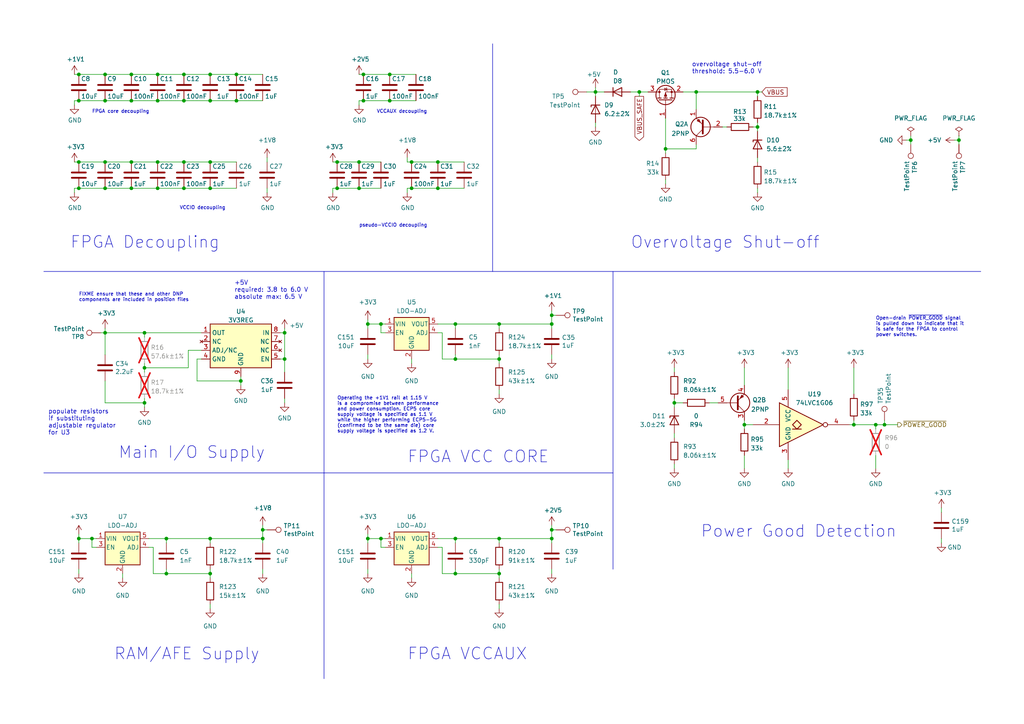
<source format=kicad_sch>
(kicad_sch (version 20230121) (generator eeschema)
  (paper "A4")
  (title_block (title "URTI Mainboard") (date "${DATE}") (rev "${VERSION}") (company "Copyright 2023 Great Scott Gadgets") (comment 1 "Licensed under the CERN-OHL-P v2"))
  (junction (at 38.1 54.61))
  (junction (at 119.38 46.99))
  (junction (at 97.79 54.61))
  (junction (at 41.91 96.52))
  (junction (at 278.13 40.64))
  (junction (at 60.96 21.59))
  (junction (at 256.54 123.19))
  (junction (at 127 46.99))
  (junction (at 144.78 93.98))
  (junction (at 48.26 156.21))
  (junction (at 110.49 93.98))
  (junction (at 22.86 21.59))
  (junction (at 38.1 21.59))
  (junction (at 45.72 46.99))
  (junction (at 22.86 54.61))
  (junction (at 76.2 156.21))
  (junction (at 38.1 29.21))
  (junction (at 104.14 46.99))
  (junction (at 45.72 29.21))
  (junction (at 60.96 156.21))
  (junction (at 22.86 46.99))
  (junction (at 53.34 54.61))
  (junction (at 68.58 29.21))
  (junction (at 30.48 46.99))
  (junction (at 26.67 156.21))
  (junction (at 53.34 21.59))
  (junction (at 132.08 104.14))
  (junction (at 45.72 54.61))
  (junction (at 60.96 46.99))
  (junction (at 160.02 91.44))
  (junction (at 160.02 156.21))
  (junction (at 247.65 123.19))
  (junction (at 132.08 166.37))
  (junction (at 45.72 21.59))
  (junction (at 53.34 29.21))
  (junction (at 48.26 166.37))
  (junction (at 201.93 26.67))
  (junction (at 30.48 54.61))
  (junction (at 144.78 156.21))
  (junction (at 110.49 156.21))
  (junction (at 30.48 21.59))
  (junction (at 254 123.19))
  (junction (at 53.34 46.99))
  (junction (at 69.85 110.49))
  (junction (at 60.96 54.61))
  (junction (at 30.48 96.52))
  (junction (at 185.42 26.67))
  (junction (at 219.71 36.83))
  (junction (at 60.96 29.21))
  (junction (at 60.96 166.37))
  (junction (at 119.38 54.61))
  (junction (at 160.02 153.67))
  (junction (at 113.03 29.21))
  (junction (at 82.55 104.14))
  (junction (at 41.91 106.68))
  (junction (at 38.1 46.99))
  (junction (at 132.08 93.98))
  (junction (at 144.78 166.37))
  (junction (at 113.03 21.59))
  (junction (at 132.08 156.21))
  (junction (at 68.58 21.59))
  (junction (at 193.04 43.18))
  (junction (at 106.68 93.98))
  (junction (at 22.86 29.21))
  (junction (at 105.41 21.59))
  (junction (at 172.72 26.67))
  (junction (at 30.48 29.21))
  (junction (at 264.16 40.64))
  (junction (at 160.02 93.98))
  (junction (at 195.58 116.84))
  (junction (at 104.14 54.61))
  (junction (at 82.55 96.52))
  (junction (at 144.78 104.14))
  (junction (at 105.41 29.21))
  (junction (at 127 54.61))
  (junction (at 41.91 116.84))
  (junction (at 97.79 46.99))
  (junction (at 106.68 156.21))
  (junction (at 219.71 26.67))
  (junction (at 22.86 156.21))
  (junction (at 76.2 153.67))
  (junction (at 215.9 123.19))
  (wire (pts (xy 22.86 157.48) (xy 22.86 156.21)))
  (wire (pts (xy 58.42 104.14) (xy 57.15 104.14)))
  (wire (pts (xy 38.1 46.99) (xy 45.72 46.99)))
  (wire (pts (xy 57.15 110.49) (xy 69.85 110.49)))
  (wire (pts (xy 254 123.19) (xy 256.54 123.19)))
  (wire (pts (xy 30.48 96.52) (xy 30.48 102.87)))
  (wire (pts (xy 110.49 156.21) (xy 110.49 158.75)))
  (wire (pts (xy 22.86 165.1) (xy 22.86 166.37)))
  (wire (pts (xy 76.2 165.1) (xy 76.2 166.37)))
  (wire (pts (xy 106.68 92.71) (xy 106.68 93.98)))
  (wire (pts (xy 193.04 43.18) (xy 193.04 44.45)))
  (wire (pts (xy 111.76 93.98) (xy 110.49 93.98)))
  (wire (pts (xy 215.9 106.68) (xy 215.9 111.76)))
  (wire (pts (xy 144.78 166.37) (xy 144.78 167.64)))
  (wire (pts (xy 60.96 166.37) (xy 60.96 167.64)))
  (wire (pts (xy 134.62 54.61) (xy 127 54.61)))
  (wire (pts (xy 106.68 156.21) (xy 110.49 156.21)))
  (wire (pts (xy 215.9 121.92) (xy 215.9 123.19)))
  (wire (pts (xy 41.91 116.84) (xy 41.91 118.11)))
  (wire (pts (xy 160.02 102.87) (xy 160.02 104.14)))
  (wire (pts (xy 41.91 106.68) (xy 54.61 106.68)))
  (wire (pts (xy 278.13 41.91) (xy 278.13 40.64)))
  (wire (pts (xy 60.96 46.99) (xy 68.58 46.99)))
  (wire (pts (xy 160.02 91.44) (xy 160.02 93.98)))
  (wire (pts (xy 82.55 104.14) (xy 82.55 96.52)))
  (wire (pts (xy 119.38 46.99) (xy 127 46.99)))
  (wire (pts (xy 106.68 165.1) (xy 106.68 166.37)))
  (wire (pts (xy 82.55 115.57) (xy 82.55 116.84)))
  (wire (pts (xy 106.68 93.98) (xy 110.49 93.98)))
  (wire (pts (xy 160.02 95.25) (xy 160.02 93.98)))
  (wire (pts (xy 195.58 116.84) (xy 195.58 118.11)))
  (wire (pts (xy 44.45 158.75) (xy 44.45 166.37)))
  (wire (pts (xy 160.02 90.17) (xy 160.02 91.44)))
  (wire (pts (xy 247.65 106.68) (xy 247.65 114.3)))
  (wire (pts (xy 273.05 147.32) (xy 273.05 148.59)))
  (wire (pts (xy 182.88 26.67) (xy 185.42 26.67)))
  (wire (pts (xy 106.68 95.25) (xy 106.68 93.98)))
  (wire (pts (xy 215.9 132.08) (xy 215.9 135.89)))
  (wire (pts (xy 193.04 53.34) (xy 193.04 52.07)))
  (wire (pts (xy 160.02 153.67) (xy 160.02 156.21)))
  (wire (pts (xy 198.12 26.67) (xy 201.93 26.67)))
  (wire (pts (xy 195.58 116.84) (xy 198.12 116.84)))
  (wire (pts (xy 22.86 54.61) (xy 30.48 54.61)))
  (wire (pts (xy 219.71 36.83) (xy 219.71 38.1)))
  (wire (pts (xy 68.58 21.59) (xy 76.2 21.59)))
  (polyline (pts (xy 93.98 78.74) (xy 93.98 196.85)))
  (wire (pts (xy 105.41 29.21) (xy 104.14 29.21)))
  (wire (pts (xy 60.96 156.21) (xy 60.96 157.48)))
  (wire (pts (xy 187.96 26.67) (xy 185.42 26.67)))
  (wire (pts (xy 172.72 27.94) (xy 172.72 26.67)))
  (wire (pts (xy 161.29 91.44) (xy 160.02 91.44)))
  (wire (pts (xy 110.49 93.98) (xy 110.49 96.52)))
  (wire (pts (xy 118.11 46.99) (xy 119.38 46.99)))
  (wire (pts (xy 110.49 96.52) (xy 111.76 96.52)))
  (wire (pts (xy 132.08 104.14) (xy 144.78 104.14)))
  (wire (pts (xy 193.04 34.29) (xy 193.04 43.18)))
  (wire (pts (xy 219.71 54.61) (xy 219.71 55.88)))
  (wire (pts (xy 132.08 156.21) (xy 132.08 157.48)))
  (wire (pts (xy 144.78 93.98) (xy 144.78 95.25)))
  (wire (pts (xy 104.14 29.21) (xy 104.14 30.48)))
  (wire (pts (xy 264.16 40.64) (xy 264.16 39.37)))
  (wire (pts (xy 144.78 104.14) (xy 144.78 102.87)))
  (wire (pts (xy 48.26 165.1) (xy 48.26 166.37)))
  (wire (pts (xy 43.18 158.75) (xy 44.45 158.75)))
  (wire (pts (xy 195.58 106.68) (xy 195.58 107.95)))
  (wire (pts (xy 256.54 123.19) (xy 260.35 123.19)))
  (wire (pts (xy 106.68 102.87) (xy 106.68 104.14)))
  (wire (pts (xy 127 156.21) (xy 132.08 156.21)))
  (wire (pts (xy 219.71 26.67) (xy 219.71 27.94)))
  (wire (pts (xy 41.91 105.41) (xy 41.91 106.68)))
  (wire (pts (xy 113.03 21.59) (xy 120.65 21.59)))
  (wire (pts (xy 22.86 46.99) (xy 30.48 46.99)))
  (wire (pts (xy 254 124.46) (xy 254 123.19)))
  (wire (pts (xy 172.72 25.4) (xy 172.72 26.67)))
  (wire (pts (xy 43.18 156.21) (xy 48.26 156.21)))
  (wire (pts (xy 57.15 104.14) (xy 57.15 110.49)))
  (wire (pts (xy 128.27 104.14) (xy 132.08 104.14)))
  (wire (pts (xy 144.78 93.98) (xy 160.02 93.98)))
  (wire (pts (xy 215.9 123.19) (xy 215.9 124.46)))
  (wire (pts (xy 69.85 110.49) (xy 69.85 111.76)))
  (polyline (pts (xy 12.7 78.74) (xy 284.48 78.74)))
  (wire (pts (xy 44.45 166.37) (xy 48.26 166.37)))
  (wire (pts (xy 228.6 106.68) (xy 228.6 113.03)))
  (wire (pts (xy 22.86 156.21) (xy 26.67 156.21)))
  (wire (pts (xy 246.38 123.19) (xy 247.65 123.19)))
  (wire (pts (xy 195.58 125.73) (xy 195.58 127)))
  (wire (pts (xy 41.91 96.52) (xy 58.42 96.52)))
  (wire (pts (xy 256.54 123.19) (xy 256.54 121.92)))
  (wire (pts (xy 106.68 154.94) (xy 106.68 156.21)))
  (wire (pts (xy 193.04 43.18) (xy 201.93 43.18)))
  (wire (pts (xy 144.78 156.21) (xy 144.78 157.48)))
  (wire (pts (xy 278.13 40.64) (xy 278.13 39.37)))
  (wire (pts (xy 127 93.98) (xy 132.08 93.98)))
  (wire (pts (xy 144.78 156.21) (xy 160.02 156.21)))
  (wire (pts (xy 220.98 26.67) (xy 219.71 26.67)))
  (wire (pts (xy 53.34 46.99) (xy 60.96 46.99)))
  (wire (pts (xy 22.86 154.94) (xy 22.86 156.21)))
  (wire (pts (xy 219.71 45.72) (xy 219.71 46.99)))
  (wire (pts (xy 127 158.75) (xy 128.27 158.75)))
  (wire (pts (xy 54.61 106.68) (xy 54.61 101.6)))
  (wire (pts (xy 175.26 26.67) (xy 172.72 26.67)))
  (wire (pts (xy 60.96 156.21) (xy 76.2 156.21)))
  (wire (pts (xy 105.41 29.21) (xy 113.03 29.21)))
  (polyline (pts (xy 93.98 137.16) (xy 177.8 137.16)))
  (wire (pts (xy 38.1 29.21) (xy 45.72 29.21)))
  (wire (pts (xy 119.38 104.14) (xy 119.38 105.41)))
  (wire (pts (xy 76.2 152.4) (xy 76.2 153.67)))
  (wire (pts (xy 201.93 41.91) (xy 201.93 43.18)))
  (wire (pts (xy 219.71 36.83) (xy 219.71 35.56)))
  (wire (pts (xy 77.47 54.61) (xy 77.47 55.88)))
  (wire (pts (xy 60.96 175.26) (xy 60.96 176.53)))
  (wire (pts (xy 26.67 158.75) (xy 27.94 158.75)))
  (polyline (pts (xy 93.98 137.16) (xy 12.7 137.16)))
  (wire (pts (xy 35.56 166.37) (xy 35.56 167.64)))
  (wire (pts (xy 144.78 166.37) (xy 144.78 165.1)))
  (wire (pts (xy 104.14 46.99) (xy 110.49 46.99)))
  (wire (pts (xy 144.78 175.26) (xy 144.78 176.53)))
  (wire (pts (xy 82.55 96.52) (xy 81.28 96.52)))
  (wire (pts (xy 132.08 166.37) (xy 144.78 166.37)))
  (wire (pts (xy 48.26 166.37) (xy 60.96 166.37)))
  (polyline (pts (xy 142.875 78.74) (xy 142.875 12.7)))
  (wire (pts (xy 119.38 54.61) (xy 127 54.61)))
  (wire (pts (xy 170.18 26.67) (xy 172.72 26.67)))
  (wire (pts (xy 41.91 106.68) (xy 41.91 107.95)))
  (wire (pts (xy 132.08 156.21) (xy 144.78 156.21)))
  (wire (pts (xy 77.47 45.72) (xy 77.47 46.99)))
  (wire (pts (xy 111.76 156.21) (xy 110.49 156.21)))
  (wire (pts (xy 60.96 21.59) (xy 68.58 21.59)))
  (wire (pts (xy 118.11 55.88) (xy 118.11 54.61)))
  (wire (pts (xy 110.49 158.75) (xy 111.76 158.75)))
  (polyline (pts (xy 177.8 78.74) (xy 177.8 165.1)))
  (wire (pts (xy 209.55 36.83) (xy 210.82 36.83)))
  (wire (pts (xy 185.42 26.67) (xy 185.42 27.94)))
  (wire (pts (xy 160.02 157.48) (xy 160.02 156.21)))
  (wire (pts (xy 30.48 96.52) (xy 41.91 96.52)))
  (wire (pts (xy 27.94 156.21) (xy 26.67 156.21)))
  (wire (pts (xy 96.52 54.61) (xy 96.52 55.88)))
  (wire (pts (xy 128.27 96.52) (xy 128.27 104.14)))
  (wire (pts (xy 22.86 29.21) (xy 21.59 29.21)))
  (wire (pts (xy 76.2 157.48) (xy 76.2 156.21)))
  (wire (pts (xy 21.59 21.59) (xy 22.86 21.59)))
  (wire (pts (xy 21.59 46.99) (xy 22.86 46.99)))
  (wire (pts (xy 247.65 121.92) (xy 247.65 123.19)))
  (wire (pts (xy 215.9 123.19) (xy 218.44 123.19)))
  (wire (pts (xy 41.91 116.84) (xy 41.91 115.57)))
  (wire (pts (xy 205.74 116.84) (xy 208.28 116.84)))
  (wire (pts (xy 53.34 29.21) (xy 60.96 29.21)))
  (wire (pts (xy 53.34 29.21) (xy 45.72 29.21)))
  (wire (pts (xy 38.1 21.59) (xy 45.72 21.59)))
  (wire (pts (xy 128.27 166.37) (xy 132.08 166.37)))
  (wire (pts (xy 96.52 54.61) (xy 97.79 54.61)))
  (wire (pts (xy 22.86 54.61) (xy 21.59 54.61)))
  (wire (pts (xy 48.26 156.21) (xy 48.26 157.48)))
  (wire (pts (xy 144.78 113.03) (xy 144.78 114.3)))
  (wire (pts (xy 228.6 133.35) (xy 228.6 135.89)))
  (wire (pts (xy 201.93 26.67) (xy 201.93 31.75)))
  (wire (pts (xy 96.52 46.99) (xy 97.79 46.99)))
  (wire (pts (xy 30.48 46.99) (xy 38.1 46.99)))
  (wire (pts (xy 132.08 93.98) (xy 144.78 93.98)))
  (wire (pts (xy 120.65 29.21) (xy 113.03 29.21)))
  (wire (pts (xy 262.89 40.64) (xy 264.16 40.64)))
  (wire (pts (xy 132.08 102.87) (xy 132.08 104.14)))
  (wire (pts (xy 127 46.99) (xy 134.62 46.99)))
  (wire (pts (xy 30.48 21.59) (xy 38.1 21.59)))
  (wire (pts (xy 26.67 156.21) (xy 26.67 158.75)))
  (wire (pts (xy 53.34 21.59) (xy 60.96 21.59)))
  (wire (pts (xy 195.58 134.62) (xy 195.58 135.89)))
  (wire (pts (xy 172.72 35.56) (xy 172.72 36.83)))
  (wire (pts (xy 110.49 54.61) (xy 104.14 54.61)))
  (wire (pts (xy 132.08 165.1) (xy 132.08 166.37)))
  (wire (pts (xy 60.96 29.21) (xy 68.58 29.21)))
  (wire (pts (xy 104.14 21.59) (xy 105.41 21.59)))
  (wire (pts (xy 38.1 54.61) (xy 45.72 54.61)))
  (wire (pts (xy 21.59 29.21) (xy 21.59 30.48)))
  (wire (pts (xy 30.48 54.61) (xy 38.1 54.61)))
  (wire (pts (xy 118.11 45.72) (xy 118.11 46.99)))
  (wire (pts (xy 53.34 54.61) (xy 60.96 54.61)))
  (wire (pts (xy 127 96.52) (xy 128.27 96.52)))
  (wire (pts (xy 254 132.08) (xy 254 135.89)))
  (wire (pts (xy 30.48 116.84) (xy 30.48 110.49)))
  (wire (pts (xy 264.16 41.91) (xy 264.16 40.64)))
  (wire (pts (xy 104.14 54.61) (xy 97.79 54.61)))
  (wire (pts (xy 48.26 156.21) (xy 60.96 156.21)))
  (wire (pts (xy 45.72 21.59) (xy 53.34 21.59)))
  (wire (pts (xy 77.47 153.67) (xy 76.2 153.67)))
  (wire (pts (xy 219.71 36.83) (xy 218.44 36.83)))
  (wire (pts (xy 247.65 123.19) (xy 254 123.19)))
  (wire (pts (xy 81.28 104.14) (xy 82.55 104.14)))
  (wire (pts (xy 105.41 21.59) (xy 113.03 21.59)))
  (wire (pts (xy 30.48 96.52) (xy 30.48 95.25)))
  (wire (pts (xy 30.48 29.21) (xy 38.1 29.21)))
  (wire (pts (xy 144.78 104.14) (xy 144.78 105.41)))
  (wire (pts (xy 97.79 46.99) (xy 104.14 46.99)))
  (wire (pts (xy 161.29 153.67) (xy 160.02 153.67)))
  (wire (pts (xy 119.38 166.37) (xy 119.38 167.64)))
  (wire (pts (xy 41.91 97.79) (xy 41.91 96.52)))
  (wire (pts (xy 60.96 166.37) (xy 60.96 165.1)))
  (wire (pts (xy 276.86 40.64) (xy 278.13 40.64)))
  (wire (pts (xy 201.93 26.67) (xy 219.71 26.67)))
  (wire (pts (xy 82.55 95.25) (xy 82.55 96.52)))
  (wire (pts (xy 106.68 157.48) (xy 106.68 156.21)))
  (wire (pts (xy 132.08 93.98) (xy 132.08 95.25)))
  (wire (pts (xy 128.27 158.75) (xy 128.27 166.37)))
  (wire (pts (xy 21.59 54.61) (xy 21.59 55.88)))
  (wire (pts (xy 160.02 152.4) (xy 160.02 153.67)))
  (wire (pts (xy 118.11 54.61) (xy 119.38 54.61)))
  (wire (pts (xy 45.72 46.99) (xy 53.34 46.99)))
  (wire (pts (xy 69.85 109.22) (xy 69.85 110.49)))
  (wire (pts (xy 22.86 29.21) (xy 30.48 29.21)))
  (wire (pts (xy 76.2 29.21) (xy 68.58 29.21)))
  (wire (pts (xy 30.48 96.52) (xy 29.21 96.52)))
  (wire (pts (xy 82.55 107.95) (xy 82.55 104.14)))
  (wire (pts (xy 76.2 153.67) (xy 76.2 156.21)))
  (wire (pts (xy 45.72 54.61) (xy 53.34 54.61)))
  (wire (pts (xy 30.48 116.84) (xy 41.91 116.84)))
  (wire (pts (xy 54.61 101.6) (xy 58.42 101.6)))
  (wire (pts (xy 22.86 21.59) (xy 30.48 21.59)))
  (wire (pts (xy 68.58 54.61) (xy 60.96 54.61)))
  (wire (pts (xy 195.58 115.57) (xy 195.58 116.84)))
  (wire (pts (xy 273.05 156.21) (xy 273.05 157.48)))
  (wire (pts (xy 160.02 165.1) (xy 160.02 166.37)))
  (text "Open-drain ~{POWER_GOOD} signal\nis pulled down to indicate that it\nis safe for the FPGA to control\npower switches.\n" (at 254 97.79 0) (effects (font (size 0.9906 0.9906)) (justify left bottom)))
  (text "VCCIO decoupling" (at 52.07 60.96 0) (effects (font (size 0.9906 0.9906)) (justify left bottom)))
  (text "FPGA VCC CORE" (at 118.11 134.62 0) (effects (font (size 3.4036 3.4036)) (justify left bottom)))
  (text "FPGA Decoupling" (at 20.32 72.39 0) (effects (font (size 3.4036 3.4036)) (justify left bottom)))
  (text "FPGA core decoupling" (at 26.67 33.02 0) (effects (font (size 0.9906 0.9906)) (justify left bottom)))
  (text "Power Good Detection" (at 203.2 156.21 0) (effects (font (size 3.4036 3.4036)) (justify left bottom)))
  (text "+5V\nrequired: 3.8 to 6.0 V\nabsolute max: 6.5 V" (at 67.945 86.995 0) (effects (font (size 1.27 1.27)) (justify left bottom)))
  (text "overvoltage shut-off\nthreshold: 5.5-6.0 V" (at 200.66 21.59 0) (effects (font (size 1.27 1.27)) (justify left bottom)))
  (text "FIXME ensure that these and other DNP\ncomponents are included in position files" (at 22.86 87.63 0) (effects (font (size 0.9906 0.9906)) (justify left bottom)))
  (text "VCCAUX decoupling" (at 109.22 33.02 0) (effects (font (size 0.9906 0.9906)) (justify left bottom)))
  (text "FPGA VCCAUX" (at 118.11 191.77 0) (effects (font (size 3.4036 3.4036)) (justify left bottom)))
  (text "Main I/O Supply" (at 34.29 133.35 0) (effects (font (size 3.4036 3.4036)) (justify left bottom)))
  (text "Overvoltage Shut-off" (at 182.88 72.39 0) (effects (font (size 3.4036 3.4036)) (justify left bottom)))
  (text "populate resistors\nif substituting\nadjustable regulator\nfor U3" (at 13.97 126.365 0) (effects (font (size 1.27 1.27)) (justify left bottom)))
  (text "RAM/AFE Supply" (at 33.02 191.77 0) (effects (font (size 3.4036 3.4036)) (justify left bottom)))
  (text "Operating the +1V1 rail at 1.15 V\nis a compromise between performance\nand power consumption. ECP5 core\nsupply voltage is specified as 1.1 V\nwhile the higher performing ECP5-5G\n(confirmed to be the same die) core\nsupply voltage is specified as 1.2 V.\n" (at 97.79 125.73 0) (effects (font (size 0.9906 0.9906)) (justify left bottom)))
  (text "pseudo-VCCIO decoupling" (at 104.14 66.04 0) (effects (font (size 0.9906 0.9906)) (justify left bottom)))
  (global_label "VBUS_SAFE" (shape output) (at 185.42 27.94 270) (property "Intersheetrefs" "${INTERSHEET_REFS}" (effects hide)))
  (global_label "VBUS" (shape input) (at 220.98 26.67 0) (property "Intersheetrefs" "${INTERSHEET_REFS}" (effects hide)))
  (hierarchical_label "~{POWER_GOOD}" (shape output) (at 260.35 123.19 0))
  (symbol (lib_id "power:+3V3") (at 106.68 154.94 0) (unit 1)
    (property "Reference" "#PWR0100" (effects hide))
    (property "Value" "+3V3" (at 106.68 149.86 0))
  )
  (symbol (lib_id "Device:C") (at 160.02 161.29 0) (unit 1)
    (property "Reference" "C39" (at 163.83 160.02 0) (effects (justify left)))
    (property "Value" "1uF" (at 163.83 162.56 0) (effects (justify left)))
    (property "Footprint" "Capacitor_SMD:C_0402_1005Metric" (effects hide))
    (property "Part Number" "CL05A105KP5NNNC" (effects hide))
    (property "Substitution" "any equivalent" (effects hide))
    (property "Description" "CAP CER 1UF 10V X5R 0402" (effects hide))
    (property "Manufacturer" "Samsung" (effects hide))
  )
  (symbol (lib_id "power:+2V5") (at 160.02 152.4 0) (unit 1)
    (property "Reference" "#PWR0102" (effects hide))
    (property "Value" "+2V5" (at 160.401 148.0058 0))
  )
  (symbol (lib_id "Device:C") (at 30.48 106.68 0) (unit 1)
    (property "Reference" "C34" (at 33.401 105.5116 0) (effects (justify left)))
    (property "Value" "2.2uF" (at 33.401 107.823 0) (effects (justify left)))
    (property "Footprint" "Capacitor_SMD:C_0402_1005Metric" (effects hide))
    (property "Description" "CAP CER 2.2UF 10V X5R 0402" (effects hide))
    (property "Manufacturer" "Murata" (effects hide))
    (property "Part Number" "GRM155R61A225KE95D" (effects hide))
    (property "Substitution" "GRM155R61A225*" (effects hide))
  )
  (symbol (lib_id "power:+3V3") (at 30.48 95.25 0) (unit 1)
    (property "Reference" "#PWR090" (effects hide))
    (property "Value" "+3V3" (at 30.861 90.8558 0))
  )
  (symbol (lib_id "Device:C") (at 160.02 99.06 0) (unit 1)
    (property "Reference" "C35" (at 162.941 97.8916 0) (effects (justify left)))
    (property "Value" "1uF" (at 162.941 100.203 0) (effects (justify left)))
    (property "Footprint" "Capacitor_SMD:C_0402_1005Metric" (effects hide))
    (property "Part Number" "CL05A105KP5NNNC" (effects hide))
    (property "Substitution" "any equivalent" (effects hide))
    (property "Description" "CAP CER 1UF 10V X5R 0402" (effects hide))
    (property "Manufacturer" "Samsung" (effects hide))
  )
  (symbol (lib_id "power:+1V1") (at 160.02 90.17 0) (unit 1)
    (property "Reference" "#PWR092" (effects hide))
    (property "Value" "+1V1" (at 160.401 85.7758 0))
  )
  (symbol (lib_id "Device:C") (at 38.1 25.4 0) (unit 1)
    (property "Reference" "C10" (at 38.735 22.86 0) (effects (justify left)))
    (property "Value" "100nF" (at 38.735 27.94 0) (effects (justify left)))
    (property "Footprint" "Capacitor_SMD:C_0402_1005Metric" (effects hide))
    (property "Part Number" "CL05A104KA5NNNC" (effects hide))
    (property "Substitution" "any equivalent" (effects hide))
    (property "Description" "CAP CER 0.1UF 25V X5R 0402" (effects hide))
    (property "Manufacturer" "Samsung" (effects hide))
  )
  (symbol (lib_id "Device:C") (at 45.72 25.4 0) (unit 1)
    (property "Reference" "C11" (at 46.355 22.86 0) (effects (justify left)))
    (property "Value" "100nF" (at 46.355 27.94 0) (effects (justify left)))
    (property "Footprint" "Capacitor_SMD:C_0402_1005Metric" (effects hide))
    (property "Part Number" "CL05A104KA5NNNC" (effects hide))
    (property "Substitution" "any equivalent" (effects hide))
    (property "Description" "CAP CER 0.1UF 25V X5R 0402" (effects hide))
    (property "Manufacturer" "Samsung" (effects hide))
  )
  (symbol (lib_id "Device:C") (at 53.34 25.4 0) (unit 1)
    (property "Reference" "C12" (at 53.975 22.86 0) (effects (justify left)))
    (property "Value" "100nF" (at 53.975 27.94 0) (effects (justify left)))
    (property "Footprint" "Capacitor_SMD:C_0402_1005Metric" (effects hide))
    (property "Part Number" "CL05A104KA5NNNC" (effects hide))
    (property "Substitution" "any equivalent" (effects hide))
    (property "Description" "CAP CER 0.1UF 25V X5R 0402" (effects hide))
    (property "Manufacturer" "Samsung" (effects hide))
  )
  (symbol (lib_id "Device:C") (at 60.96 25.4 0) (unit 1)
    (property "Reference" "C13" (at 62.865 22.86 0) (effects (justify left)))
    (property "Value" "1uF" (at 62.865 27.94 0) (effects (justify left)))
    (property "Footprint" "Capacitor_SMD:C_0402_1005Metric" (effects hide))
    (property "Part Number" "CL05A105KP5NNNC" (effects hide))
    (property "Substitution" "any equivalent" (effects hide))
    (property "Description" "CAP CER 1UF 10V X5R 0402" (effects hide))
    (property "Manufacturer" "Samsung" (effects hide))
  )
  (symbol (lib_id "Device:C") (at 68.58 25.4 0) (unit 1)
    (property "Reference" "C14" (at 69.215 22.86 0) (effects (justify left)))
    (property "Value" "100nF" (at 69.215 27.94 0) (effects (justify left)))
    (property "Footprint" "Capacitor_SMD:C_0402_1005Metric" (effects hide))
    (property "Part Number" "CL05A104KA5NNNC" (effects hide))
    (property "Substitution" "any equivalent" (effects hide))
    (property "Description" "CAP CER 0.1UF 25V X5R 0402" (effects hide))
    (property "Manufacturer" "Samsung" (effects hide))
  )
  (symbol (lib_id "Device:C") (at 76.2 25.4 0) (unit 1)
    (property "Reference" "C15" (at 76.835 22.86 0) (effects (justify left)))
    (property "Value" "1uF" (at 76.835 27.94 0) (effects (justify left)))
    (property "Footprint" "Capacitor_SMD:C_0402_1005Metric" (effects hide))
    (property "Part Number" "CL05A105KP5NNNC" (effects hide))
    (property "Substitution" "any equivalent" (effects hide))
    (property "Description" "CAP CER 1UF 10V X5R 0402" (effects hide))
    (property "Manufacturer" "Samsung" (effects hide))
  )
  (symbol (lib_id "Device:C") (at 30.48 25.4 0) (unit 1)
    (property "Reference" "C9" (at 31.115 22.86 0) (effects (justify left)))
    (property "Value" "10uF" (at 31.115 27.94 0) (effects (justify left)))
    (property "Footprint" "Capacitor_SMD:C_0603_1608Metric" (effects hide))
    (property "Description" "CAP CER 10UF 10V X5R 0603" (effects hide))
    (property "Manufacturer" "Samsung" (effects hide))
    (property "Part Number" "CL10A106KP8NNNC" (effects hide))
    (property "Substitution" "any equivalent" (effects hide))
  )
  (symbol (lib_id "Device:C") (at 22.86 25.4 0) (unit 1)
    (property "Reference" "C8" (at 23.495 22.86 0) (effects (justify left)))
    (property "Value" "10uF" (at 23.495 27.94 0) (effects (justify left)))
    (property "Footprint" "Capacitor_SMD:C_0603_1608Metric" (effects hide))
    (property "Description" "CAP CER 10UF 10V X5R 0603" (effects hide))
    (property "Manufacturer" "Samsung" (effects hide))
    (property "Part Number" "CL10A106KP8NNNC" (effects hide))
    (property "Substitution" "any equivalent" (effects hide))
  )
  (symbol (lib_id "power:+1V1") (at 21.59 21.59 0) (unit 1)
    (property "Reference" "#PWR072" (effects hide))
    (property "Value" "+1V1" (at 21.971 17.1958 0))
  )
  (symbol (lib_id "power:GND") (at 21.59 30.48 0) (unit 1)
    (property "Reference" "#PWR075" (effects hide))
    (property "Value" "GND" (at 21.717 34.8742 0))
  )
  (symbol (lib_id "Device:C") (at 38.1 50.8 0) (unit 1)
    (property "Reference" "C21" (at 38.735 48.26 0) (effects (justify left)))
    (property "Value" "1uF" (at 38.735 53.34 0) (effects (justify left)))
    (property "Footprint" "Capacitor_SMD:C_0402_1005Metric" (effects hide))
    (property "Part Number" "CL05A105KP5NNNC" (effects hide))
    (property "Substitution" "any equivalent" (effects hide))
    (property "Description" "CAP CER 1UF 10V X5R 0402" (effects hide))
    (property "Manufacturer" "Samsung" (effects hide))
  )
  (symbol (lib_id "Device:C") (at 53.34 50.8 0) (unit 1)
    (property "Reference" "C23" (at 53.975 48.26 0) (effects (justify left)))
    (property "Value" "100nF" (at 53.975 53.34 0) (effects (justify left)))
    (property "Footprint" "Capacitor_SMD:C_0402_1005Metric" (effects hide))
    (property "Part Number" "CL05A104KA5NNNC" (effects hide))
    (property "Substitution" "any equivalent" (effects hide))
    (property "Description" "CAP CER 0.1UF 25V X5R 0402" (effects hide))
    (property "Manufacturer" "Samsung" (effects hide))
  )
  (symbol (lib_id "Device:C") (at 119.38 50.8 0) (unit 1)
    (property "Reference" "C24" (at 120.015 48.26 0) (effects (justify left)))
    (property "Value" "100nF" (at 120.015 53.34 0) (effects (justify left)))
    (property "Footprint" "Capacitor_SMD:C_0402_1005Metric" (effects hide))
    (property "Part Number" "CL05A104KA5NNNC" (effects hide))
    (property "Substitution" "any equivalent" (effects hide))
    (property "Description" "CAP CER 0.1UF 25V X5R 0402" (effects hide))
    (property "Manufacturer" "Samsung" (effects hide))
  )
  (symbol (lib_id "Device:C") (at 60.96 50.8 0) (unit 1)
    (property "Reference" "C25" (at 61.595 48.26 0) (effects (justify left)))
    (property "Value" "1uF" (at 61.595 53.34 0) (effects (justify left)))
    (property "Footprint" "Capacitor_SMD:C_0402_1005Metric" (effects hide))
    (property "Part Number" "CL05A105KP5NNNC" (effects hide))
    (property "Substitution" "any equivalent" (effects hide))
    (property "Description" "CAP CER 1UF 10V X5R 0402" (effects hide))
    (property "Manufacturer" "Samsung" (effects hide))
  )
  (symbol (lib_id "Device:C") (at 68.58 50.8 0) (unit 1)
    (property "Reference" "C26" (at 69.215 48.26 0) (effects (justify left)))
    (property "Value" "1uF" (at 69.215 53.34 0) (effects (justify left)))
    (property "Footprint" "Capacitor_SMD:C_0402_1005Metric" (effects hide))
    (property "Part Number" "CL05A105KP5NNNC" (effects hide))
    (property "Substitution" "any equivalent" (effects hide))
    (property "Description" "CAP CER 1UF 10V X5R 0402" (effects hide))
    (property "Manufacturer" "Samsung" (effects hide))
  )
  (symbol (lib_id "Device:C") (at 22.86 50.8 0) (unit 1)
    (property "Reference" "C19" (at 23.495 48.26 0) (effects (justify left)))
    (property "Value" "10uF" (at 23.495 53.34 0) (effects (justify left)))
    (property "Footprint" "Capacitor_SMD:C_0603_1608Metric" (effects hide))
    (property "Description" "CAP CER 10UF 10V X5R 0603" (effects hide))
    (property "Manufacturer" "Samsung" (effects hide))
    (property "Part Number" "CL10A106KP8NNNC" (effects hide))
    (property "Substitution" "any equivalent" (effects hide))
  )
  (symbol (lib_id "power:GND") (at 21.59 55.88 0) (unit 1)
    (property "Reference" "#PWR084" (effects hide))
    (property "Value" "GND" (at 21.717 60.2742 0))
  )
  (symbol (lib_id "Device:C") (at 30.48 50.8 0) (unit 1)
    (property "Reference" "C20" (at 31.115 48.26 0) (effects (justify left)))
    (property "Value" "10uF" (at 31.115 53.34 0) (effects (justify left)))
    (property "Footprint" "Capacitor_SMD:C_0603_1608Metric" (effects hide))
    (property "Description" "CAP CER 10UF 10V X5R 0603" (effects hide))
    (property "Manufacturer" "Samsung" (effects hide))
    (property "Part Number" "CL10A106KP8NNNC" (effects hide))
    (property "Substitution" "any equivalent" (effects hide))
  )
  (symbol (lib_id "power:+3V3") (at 21.59 46.99 0) (unit 1)
    (property "Reference" "#PWR080" (effects hide))
    (property "Value" "+3V3" (at 21.971 42.5958 0))
  )
  (symbol (lib_id "power:GND") (at 104.14 30.48 0) (unit 1)
    (property "Reference" "#PWR076" (effects hide))
    (property "Value" "GND" (at 104.267 34.8742 0))
  )
  (symbol (lib_id "Device:C") (at 105.41 25.4 0) (unit 1)
    (property "Reference" "C16" (at 106.045 22.86 0) (effects (justify left)))
    (property "Value" "1uF" (at 106.045 27.94 0) (effects (justify left)))
    (property "Footprint" "Capacitor_SMD:C_0402_1005Metric" (effects hide))
    (property "Part Number" "CL05A105KP5NNNC" (effects hide))
    (property "Substitution" "any equivalent" (effects hide))
    (property "Description" "CAP CER 1UF 10V X5R 0402" (effects hide))
    (property "Manufacturer" "Samsung" (effects hide))
  )
  (symbol (lib_id "Device:C") (at 120.65 25.4 0) (unit 1)
    (property "Reference" "C18" (at 121.285 22.86 0) (effects (justify left)))
    (property "Value" "100nF" (at 121.285 27.94 0) (effects (justify left)))
    (property "Footprint" "Capacitor_SMD:C_0402_1005Metric" (effects hide))
    (property "Part Number" "CL05A104KA5NNNC" (effects hide))
    (property "Substitution" "any equivalent" (effects hide))
    (property "Description" "CAP CER 0.1UF 25V X5R 0402" (effects hide))
    (property "Manufacturer" "Samsung" (effects hide))
  )
  (symbol (lib_id "Device:C") (at 113.03 25.4 0) (unit 1)
    (property "Reference" "C17" (at 113.665 22.86 0) (effects (justify left)))
    (property "Value" "100nF" (at 113.665 27.94 0) (effects (justify left)))
    (property "Footprint" "Capacitor_SMD:C_0402_1005Metric" (effects hide))
    (property "Part Number" "CL05A104KA5NNNC" (effects hide))
    (property "Substitution" "any equivalent" (effects hide))
    (property "Description" "CAP CER 0.1UF 25V X5R 0402" (effects hide))
    (property "Manufacturer" "Samsung" (effects hide))
  )
  (symbol (lib_id "power:+2V5") (at 104.14 21.59 0) (unit 1)
    (property "Reference" "#PWR073" (effects hide))
    (property "Value" "+2V5" (at 104.521 17.1958 0))
  )
  (symbol (lib_id "Connector:TestPoint") (at 29.21 96.52 90) (unit 1) (in_bom no)
    (property "Reference" "TP8" (at 24.4602 97.663 90) (effects (justify left)))
    (property "Value" "TestPoint" (at 24.4602 95.377 90) (effects (justify left)))
    (property "Footprint" "TestPoint:TestPoint_Pad_D1.0mm" (effects hide))
  )
  (symbol (lib_id "Connector:TestPoint") (at 161.29 91.44 270) (unit 1) (in_bom no)
    (property "Reference" "TP9" (at 166.0398 90.297 90) (effects (justify left)))
    (property "Value" "TestPoint" (at 166.0398 92.583 90) (effects (justify left)))
    (property "Footprint" "TestPoint:TestPoint_Pad_D1.0mm" (effects hide))
  )
  (symbol (lib_id "Connector:TestPoint") (at 161.29 153.67 270) (unit 1) (in_bom no)
    (property "Reference" "TP10" (at 166.0398 152.527 90) (effects (justify left)))
    (property "Value" "TestPoint" (at 166.0398 154.813 90) (effects (justify left)))
    (property "Footprint" "TestPoint:TestPoint_Pad_D1.0mm" (effects hide))
  )
  (symbol (lib_id "Device:C") (at 82.55 111.76 0) (mirror y) (unit 1)
    (property "Reference" "C36" (at 77.47 110.49 0))
    (property "Value" "1uF" (at 77.47 113.03 0))
    (property "Footprint" "Capacitor_SMD:C_0402_1005Metric" (effects hide))
    (property "Part Number" "CL05A105KP5NNNC" (effects hide))
    (property "Substitution" "any equivalent" (effects hide))
    (property "Description" "CAP CER 1UF 10V X5R 0402" (effects hide))
    (property "Manufacturer" "Samsung" (effects hide))
  )
  (symbol (lib_id "Connector:TestPoint") (at 264.16 41.91 180) (unit 1) (in_bom no)
    (property "Reference" "TP6" (at 265.303 46.6598 90) (effects (justify left)))
    (property "Value" "TestPoint" (at 263.017 46.6598 90) (effects (justify left)))
    (property "Footprint" "TestPoint:TestPoint_Pad_D1.0mm" (effects hide))
  )
  (symbol (lib_id "Connector:TestPoint") (at 278.13 41.91 180) (unit 1) (in_bom no)
    (property "Reference" "TP7" (at 279.273 46.6598 90) (effects (justify left)))
    (property "Value" "TestPoint" (at 276.987 46.6598 90) (effects (justify left)))
    (property "Footprint" "TestPoint:TestPoint_Pad_D1.0mm" (effects hide))
  )
  (symbol (lib_id "Regulator_Linear:AP2127K-ADJ") (at 35.56 158.75 0) (unit 1)
    (property "Reference" "U7" (at 35.56 149.86 0))
    (property "Value" "LDO-ADJ" (at 35.56 152.4 0))
    (property "Footprint" "Package_TO_SOT_SMD:SOT-23-5" (effects hide))
    (property "Datasheet" "https://www.diodes.com/assets/Datasheets/AP2127.pdf" (effects hide))
    (property "Description" "IC REG LIN POS ADJ 300MA SOT23-5" (effects hide))
    (property "Manufacturer" "Diodes Inc." (effects hide))
    (property "Part Number" "AP2127K-ADJTRG1" (effects hide))
  )
  (symbol (lib_id "power:GND") (at 35.56 167.64 0) (unit 1)
    (property "Reference" "#PWR0201" (effects hide))
    (property "Value" "GND" (at 35.56 172.72 0))
  )
  (symbol (lib_id "power:+3V3") (at 106.68 92.71 0) (unit 1)
    (property "Reference" "#PWR0105" (effects hide))
    (property "Value" "+3V3" (at 106.68 87.63 0))
  )
  (symbol (lib_id "Device:C") (at 45.72 50.8 0) (unit 1)
    (property "Reference" "C22" (at 46.355 48.26 0) (effects (justify left)))
    (property "Value" "100nF" (at 46.355 53.34 0) (effects (justify left)))
    (property "Footprint" "Capacitor_SMD:C_0402_1005Metric" (effects hide))
    (property "Part Number" "CL05A104KA5NNNC" (effects hide))
    (property "Substitution" "any equivalent" (effects hide))
    (property "Description" "CAP CER 0.1UF 25V X5R 0402" (effects hide))
    (property "Manufacturer" "Samsung" (effects hide))
  )
  (symbol (lib_id "Device:R") (at 195.58 130.81 0) (unit 1)
    (property "Reference" "R93" (at 198.12 129.54 0) (effects (justify left)))
    (property "Value" "8.06k±1%" (at 198.12 132.08 0) (effects (justify left)))
    (property "Footprint" "Resistor_SMD:R_0402_1005Metric" (effects hide))
    (property "Description" "RES SMD 8.06K OHM 1% 1/10W 0402" (effects hide))
    (property "Manufacturer" "Panasonic" (effects hide))
    (property "Part Number" "ERJ-2RKF8061X" (effects hide))
    (property "Substitution" "any equivalent" (effects hide))
  )
  (symbol (lib_id "power:+1V8") (at 77.47 45.72 0) (unit 1)
    (property "Reference" "#PWR0108" (effects hide))
    (property "Value" "+1V8" (at 77.47 40.64 0))
    (instances (project "mainboard" (path "" (reference "#PWR0108") (unit 1)) (path "" (reference "#PWR0153") (unit 1))))
  )
  (symbol (lib_id "power:GND") (at 144.78 114.3 0) (unit 1)
    (property "Reference" "#PWR0299" (effects hide))
    (property "Value" "GND" (at 144.78 119.38 0))
  )
  (symbol (lib_id "power:GND") (at 273.05 157.48 0) (unit 1)
    (property "Reference" "#PWR0282" (effects hide))
    (property "Value" "GND" (at 276.86 158.75 0))
    (instances (project "mainboard" (path "" (reference "#PWR0282") (unit 1)) (path "" (reference "#PWR0284") (unit 1))))
  )
  (symbol (lib_id "power:GND") (at 118.11 55.88 0) (unit 1)
    (property "Reference" "#PWR086" (effects hide))
    (property "Value" "GND" (at 118.237 60.2742 0))
  )
  (symbol (lib_id "Device:D_Zener") (at 219.71 41.91 90) (mirror x) (unit 1)
    (property "Reference" "D10" (at 222.25 40.64 90) (effects (justify right)))
    (property "Value" "5.6±2%" (at 222.25 43.18 90) (effects (justify right)))
    (property "Footprint" "mainboard:DFN1006-2" (effects hide))
    (property "Datasheet" "https://assets.nexperia.com/documents/data-sheet/BZX884_BC_SER.pdf" (effects hide))
    (property "Manufacturer" "Nexperia" (effects hide))
    (property "Part Number" "BZX884-B5V6,315" (effects hide))
    (property "Description" "DIODE ZENER 5.6V 250MW DFN1006-2" (effects hide))
  )
  (symbol (lib_id "power:+3V3") (at 195.58 106.68 0) (unit 1)
    (property "Reference" "#PWR0225" (effects hide))
    (property "Value" "+3V3" (at 195.961 102.2858 0))
  )
  (symbol (lib_id "Device:R") (at 60.96 161.29 0) (unit 1)
    (property "Reference" "R122" (at 63.5 160.02 0) (effects (justify left)))
    (property "Value" "18.7k±1%" (at 63.5 162.56 0) (effects (justify left)))
    (property "Footprint" "Resistor_SMD:R_0402_1005Metric" (effects hide))
    (property "Description" "RES SMD 18.7K OHM 1% 1/10W 0402" (effects hide))
    (property "Manufacturer" "Panasonic" (effects hide))
    (property "Part Number" "ERJ-2RKF1872X" (effects hide))
    (property "Substitution" "any equivalent" (effects hide))
  )
  (symbol (lib_id "power:GND") (at 193.04 53.34 0) (mirror y) (unit 1)
    (property "Reference" "#PWR083" (effects hide))
    (property "Value" "GND" (at 193.04 57.7834 0))
  )
  (symbol (lib_id "power:GND") (at 262.89 40.64 270) (unit 1)
    (property "Reference" "#PWR027" (effects hide))
    (property "Value" "GND" (at 259.08 40.64 90) (effects (justify right)))
  )
  (symbol (lib_id "Regulator_Linear:AP2127K-ADJ") (at 119.38 96.52 0) (unit 1)
    (property "Reference" "U5" (at 119.38 87.63 0))
    (property "Value" "LDO-ADJ" (at 119.38 90.17 0))
    (property "Footprint" "Package_TO_SOT_SMD:SOT-23-5" (effects hide))
    (property "Datasheet" "https://www.diodes.com/assets/Datasheets/AP2127.pdf" (effects hide))
    (property "Description" "IC REG LIN POS ADJ 300MA SOT23-5" (effects hide))
    (property "Manufacturer" "Diodes Inc." (effects hide))
    (property "Part Number" "AP2127K-ADJTRG1" (effects hide))
  )
  (symbol (lib_id "power:GND") (at 41.91 118.11 0) (unit 1)
    (property "Reference" "#PWR097" (effects hide))
    (property "Value" "GND" (at 41.91 122.5534 0))
  )
  (symbol (lib_id "Device:R") (at 254 128.27 180) (unit 1) (dnp yes)
    (property "Reference" "R96" (at 256.54 127 0) (effects (justify right)))
    (property "Value" "0" (at 256.54 129.54 0) (effects (justify right)))
    (property "Footprint" "Resistor_SMD:R_0402_1005Metric" (effects hide))
    (property "Part Number" "RC0402FR-070RL" (effects hide))
    (property "Substitution" "any equivalent" (effects hide))
    (property "Description" "RES 0 OHM JUMPER 1/16W 0402" (effects hide))
    (property "Manufacturer" "Yageo" (effects hide))
  )
  (symbol (lib_id "power:+3V3") (at 215.9 106.68 0) (unit 1)
    (property "Reference" "#PWR0270" (effects hide))
    (property "Value" "+3V3" (at 216.281 102.2858 0))
  )
  (symbol (lib_id "power:+3V3") (at 96.52 46.99 0) (unit 1)
    (property "Reference" "#PWR081" (effects hide))
    (property "Value" "+3V3" (at 96.901 42.5958 0))
  )
  (symbol (lib_id "power:GND") (at 119.38 167.64 0) (unit 1)
    (property "Reference" "#PWR0103" (effects hide))
    (property "Value" "GND" (at 119.38 172.72 0))
  )
  (symbol (lib_id "power:GND") (at 96.52 55.88 0) (unit 1)
    (property "Reference" "#PWR085" (effects hide))
    (property "Value" "GND" (at 96.647 60.2742 0))
  )
  (symbol (lib_id "Device:C") (at 106.68 161.29 180) (unit 1)
    (property "Reference" "C151" (at 102.87 160.02 0) (effects (justify left)))
    (property "Value" "10uF" (at 102.87 162.56 0) (effects (justify left)))
    (property "Footprint" "Capacitor_SMD:C_0603_1608Metric" (effects hide))
    (property "Description" "CAP CER 10UF 10V X5R 0603" (effects hide))
    (property "Manufacturer" "Samsung" (effects hide))
    (property "Part Number" "CL10A106KP8NNNC" (effects hide))
    (property "Substitution" "any equivalent" (effects hide))
    (instances (project "mainboard" (path "" (reference "C151") (unit 1)) (path "" (reference "C37") (unit 1))))
  )
  (symbol (lib_id "power:GND") (at 144.78 176.53 0) (unit 1)
    (property "Reference" "#PWR0106" (effects hide))
    (property "Value" "GND" (at 144.78 181.61 0))
  )
  (symbol (lib_id "Device:C") (at 77.47 50.8 0) (unit 1)
    (property "Reference" "C27" (at 78.105 48.26 0) (effects (justify left)))
    (property "Value" "1uF" (at 78.105 53.34 0) (effects (justify left)))
    (property "Footprint" "Capacitor_SMD:C_0402_1005Metric" (effects hide))
    (property "Part Number" "CL05A105KP5NNNC" (effects hide))
    (property "Substitution" "any equivalent" (effects hide))
    (property "Description" "CAP CER 1UF 10V X5R 0402" (effects hide))
    (property "Manufacturer" "Samsung" (effects hide))
  )
  (symbol (lib_id "Connector:TestPoint") (at 77.47 153.67 270) (unit 1) (in_bom no)
    (property "Reference" "TP11" (at 82.2198 152.527 90) (effects (justify left)))
    (property "Value" "TestPoint" (at 82.2198 154.813 90) (effects (justify left)))
    (property "Footprint" "TestPoint:TestPoint_Pad_D1.0mm" (effects hide))
  )
  (symbol (lib_id "Device:C") (at 106.68 99.06 0) (unit 1)
    (property "Reference" "C151" (at 102.87 97.79 0) (effects (justify right)))
    (property "Value" "10uF" (at 102.87 100.33 0) (effects (justify right)))
    (property "Footprint" "Capacitor_SMD:C_0603_1608Metric" (effects hide))
    (property "Description" "CAP CER 10UF 10V X5R 0603" (effects hide))
    (property "Manufacturer" "Samsung" (effects hide))
    (property "Part Number" "CL10A106KP8NNNC" (effects hide))
    (property "Substitution" "any equivalent" (effects hide))
    (instances (project "mainboard" (path "" (reference "C151") (unit 1)) (path "" (reference "C33") (unit 1))))
  )
  (symbol (lib_id "Device:C") (at 22.86 161.29 0) (unit 1)
    (property "Reference" "C151" (at 19.05 160.02 0) (effects (justify right)))
    (property "Value" "10uF" (at 19.05 162.56 0) (effects (justify right)))
    (property "Footprint" "Capacitor_SMD:C_0603_1608Metric" (effects hide))
    (property "Description" "CAP CER 10UF 10V X5R 0603" (effects hide))
    (property "Manufacturer" "Samsung" (effects hide))
    (property "Part Number" "CL10A106KP8NNNC" (effects hide))
    (property "Substitution" "any equivalent" (effects hide))
    (instances (project "mainboard" (path "" (reference "C151") (unit 1)) (path "" (reference "C38") (unit 1))))
  )
  (symbol (lib_id "Device:C") (at 110.49 50.8 0) (unit 1)
    (property "Reference" "C30" (at 111.125 48.26 0) (effects (justify left)))
    (property "Value" "1uF" (at 111.125 53.34 0) (effects (justify left)))
    (property "Footprint" "Capacitor_SMD:C_0402_1005Metric" (effects hide))
    (property "Part Number" "CL05A105KP5NNNC" (effects hide))
    (property "Substitution" "any equivalent" (effects hide))
    (property "Description" "CAP CER 1UF 10V X5R 0402" (effects hide))
    (property "Manufacturer" "Samsung" (effects hide))
  )
  (symbol (lib_id "power:GND") (at 172.72 36.83 0) (mirror y) (unit 1)
    (property "Reference" "#PWR077" (effects hide))
    (property "Value" "GND" (at 172.72 41.2734 0))
  )
  (symbol (lib_id "Device:C") (at 273.05 152.4 0) (unit 1)
    (property "Reference" "C159" (at 275.971 151.2316 0) (effects (justify left)))
    (property "Value" "1uF" (at 275.971 153.543 0) (effects (justify left)))
    (property "Footprint" "Capacitor_SMD:C_0402_1005Metric" (effects hide))
    (property "Part Number" "CL05A105KP5NNNC" (effects hide))
    (property "Substitution" "any equivalent" (effects hide))
    (property "Description" "CAP CER 1UF 10V X5R 0402" (effects hide))
    (property "Manufacturer" "Samsung" (effects hide))
    (instances (project "mainboard" (path "" (reference "C159") (unit 1)) (path "" (reference "C158") (unit 1))))
  )
  (symbol (lib_id "power:+5V") (at 276.86 40.64 90) (unit 1)
    (property "Reference" "#PWR078" (effects hide))
    (property "Value" "+5V" (at 273.05 40.64 90) (effects (justify left)))
  )
  (symbol (lib_id "power:GND") (at 106.68 166.37 0) (unit 1)
    (property "Reference" "#PWR0182" (effects hide))
    (property "Value" "GND" (at 106.68 171.45 0))
  )
  (symbol (lib_id "power:GND") (at 106.68 104.14 0) (unit 1)
    (property "Reference" "#PWR0107" (effects hide))
    (property "Value" "GND" (at 106.68 109.22 0))
  )
  (symbol (lib_id "Device:C") (at 132.08 99.06 0) (unit 1)
    (property "Reference" "C5" (at 135.89 97.79 0) (effects (justify left)))
    (property "Value" "1nF" (at 135.89 100.33 0) (effects (justify left)))
    (property "Footprint" "Capacitor_SMD:C_0402_1005Metric" (effects hide))
    (property "Part Number" "CL05B102KB5NNNC" (effects hide))
    (property "Substitution" "any equivalent" (effects hide))
    (property "Description" "CAP CER 1000PF 50V X7R 0402" (effects hide))
    (property "Manufacturer" "Samsung" (effects hide))
    (instances (project "mainboard" (path "" (reference "C5") (unit 1)) (path "" (reference "C59") (unit 1))))
  )
  (symbol (lib_id "power:GND") (at 76.2 166.37 0) (unit 1)
    (property "Reference" "#PWR0298" (effects hide))
    (property "Value" "GND" (at 76.2 171.45 0))
  )
  (symbol (lib_id "power:+3V3") (at 22.86 154.94 0) (unit 1)
    (property "Reference" "#PWR0189" (effects hide))
    (property "Value" "+3V3" (at 22.86 149.86 0))
  )
  (symbol (lib_id "Regulator_Linear:AP2127K-ADJ") (at 119.38 158.75 0) (unit 1)
    (property "Reference" "U6" (at 119.38 149.86 0))
    (property "Value" "LDO-ADJ" (at 119.38 152.4 0))
    (property "Footprint" "Package_TO_SOT_SMD:SOT-23-5" (effects hide))
    (property "Datasheet" "https://www.diodes.com/assets/Datasheets/AP2127.pdf" (effects hide))
    (property "Description" "IC REG LIN POS ADJ 300MA SOT23-5" (effects hide))
    (property "Manufacturer" "Diodes Inc." (effects hide))
    (property "Part Number" "AP2127K-ADJTRG1" (effects hide))
  )
  (symbol (lib_id "power:PWR_FLAG") (at 264.16 39.37 0) (unit 1)
    (property "Reference" "#FLG03" (effects hide))
    (property "Value" "PWR_FLAG" (at 264.16 34.29 0))
  )
  (symbol (lib_id "Device:R") (at 219.71 31.75 0) (unit 1)
    (property "Reference" "R11" (at 221.488 30.9153 0) (effects (justify left)))
    (property "Value" "18.7k±1%" (at 221.488 33.4522 0) (effects (justify left)))
    (property "Footprint" "Resistor_SMD:R_0402_1005Metric" (effects hide))
    (property "Description" "RES SMD 18.7K OHM 1% 1/10W 0402" (effects hide))
    (property "Manufacturer" "Panasonic" (effects hide))
    (property "Part Number" "ERJ-2RKF1872X" (effects hide))
    (property "Substitution" "any equivalent" (effects hide))
  )
  (symbol (lib_id "power:GND") (at 60.96 176.53 0) (unit 1)
    (property "Reference" "#PWR098" (effects hide))
    (property "Value" "GND" (at 60.96 181.61 0))
  )
  (symbol (lib_id "Device:R") (at 144.78 99.06 0) (unit 1)
    (property "Reference" "R124" (at 147.32 97.79 0) (effects (justify left)))
    (property "Value" "18.7k±1%" (at 147.32 100.33 0) (effects (justify left)))
    (property "Footprint" "Resistor_SMD:R_0402_1005Metric" (effects hide))
    (property "Description" "RES SMD 18.7K OHM 1% 1/10W 0402" (effects hide))
    (property "Manufacturer" "Panasonic" (effects hide))
    (property "Part Number" "ERJ-2RKF1872X" (effects hide))
    (property "Substitution" "any equivalent" (effects hide))
  )
  (symbol (lib_id "Device:C") (at 104.14 50.8 0) (unit 1)
    (property "Reference" "C29" (at 104.775 48.26 0) (effects (justify left)))
    (property "Value" "1uF" (at 104.775 53.34 0) (effects (justify left)))
    (property "Footprint" "Capacitor_SMD:C_0402_1005Metric" (effects hide))
    (property "Part Number" "CL05A105KP5NNNC" (effects hide))
    (property "Substitution" "any equivalent" (effects hide))
    (property "Description" "CAP CER 1UF 10V X5R 0402" (effects hide))
    (property "Manufacturer" "Samsung" (effects hide))
  )
  (symbol (lib_id "Device:R") (at 247.65 118.11 0) (unit 1)
    (property "Reference" "R97" (at 249.428 117.2753 0) (effects (justify left)))
    (property "Value" "33k" (at 249.428 119.8122 0) (effects (justify left)))
    (property "Footprint" "Resistor_SMD:R_0402_1005Metric" (effects hide))
    (property "Description" "RES SMD 33K OHM 5% 1/10W 0402" (effects hide))
    (property "Manufacturer" "Panasonic" (effects hide))
    (property "Part Number" "ERJ-2GEJ333X" (effects hide))
    (property "Substitution" "any equivalent" (effects hide))
  )
  (symbol (lib_id "Device:C") (at 76.2 161.29 0) (unit 1)
    (property "Reference" "C40" (at 80.01 160.02 0) (effects (justify left)))
    (property "Value" "1uF" (at 80.01 162.56 0) (effects (justify left)))
    (property "Footprint" "Capacitor_SMD:C_0402_1005Metric" (effects hide))
    (property "Part Number" "CL05A105KP5NNNC" (effects hide))
    (property "Substitution" "any equivalent" (effects hide))
    (property "Description" "CAP CER 1UF 10V X5R 0402" (effects hide))
    (property "Manufacturer" "Samsung" (effects hide))
  )
  (symbol (lib_id "Device:Q_Dual_PNP_PNP_E1B1C2E2B2C1") (at 204.47 36.83 180) (unit 1)
    (property "Reference" "Q2" (at 199.6186 35.9953 0) (effects (justify left)))
    (property "Value" "2PNP" (at 200.025 38.735 0) (effects (justify left)))
    (property "Footprint" "Package_TO_SOT_SMD:SOT-363_SC-70-6" (effects hide))
    (property "Datasheet" "https://www.21yangjie.com/pdf/xxh/xxhsjg/BC857BS.pdf" (effects hide))
    (property "Manufacturer" "Yangzhou Yangjie" (effects hide))
    (property "Part Number" "BC857BS" (effects hide))
    (property "Description" "PNP+PNP TRANS 45V 0.2A SOT-363" (effects hide))
  )
  (symbol (lib_id "Device:R") (at 214.63 36.83 90) (unit 1)
    (property "Reference" "R13" (at 216.535 32.385 90) (effects (justify left)))
    (property "Value" "33k" (at 216.3322 34.417 90) (effects (justify left)))
    (property "Footprint" "Resistor_SMD:R_0402_1005Metric" (effects hide))
    (property "Part Number" "ERJ-2GEJ333X" (effects hide))
    (property "Substitution" "any equivalent" (effects hide))
    (property "Description" "RES SMD 33K OHM 5% 1/10W 0402" (effects hide))
    (property "Manufacturer" "Panasonic" (effects hide))
  )
  (symbol (lib_id "Device:C") (at 127 50.8 0) (unit 1)
    (property "Reference" "C31" (at 127.635 48.26 0) (effects (justify left)))
    (property "Value" "1uF" (at 127.635 53.34 0) (effects (justify left)))
    (property "Footprint" "Capacitor_SMD:C_0402_1005Metric" (effects hide))
    (property "Part Number" "CL05A105KP5NNNC" (effects hide))
    (property "Substitution" "any equivalent" (effects hide))
    (property "Description" "CAP CER 1UF 10V X5R 0402" (effects hide))
    (property "Manufacturer" "Samsung" (effects hide))
  )
  (symbol (lib_id "support_hardware:AP7361EA-XXFGE-7") (at 69.85 100.33 0) (unit 1)
    (property "Reference" "U4" (at 69.85 90.331 0))
    (property "Value" "3V3REG" (at 69.85 92.8679 0))
    (property "Footprint" "Package_DFN_QFN:DFN-8-1EP_3x3mm_P0.65mm_EP1.55x2.4mm" (effects hide))
    (property "Datasheet" "https://www.diodes.com/assets/Datasheets/AP7361EA.pdf" (effects hide))
    (property "Manufacturer" "Diodes Inc." (effects hide))
    (property "Part Number" "AP7361EA-33FGE-7" (effects hide))
    (property "Description" "LDO CMOS HICURR U-DFN3030-8" (effects hide))
    (property "Substitution" "AP7361C-33FGE-7" (effects hide))
  )
  (symbol (lib_id "Connector:TestPoint") (at 256.54 121.92 0) (unit 1) (in_bom no)
    (property "Reference" "TP35" (at 255.397 117.1702 90) (effects (justify left)))
    (property "Value" "TestPoint" (at 257.683 117.1702 90) (effects (justify left)))
    (property "Footprint" "TestPoint:TestPoint_Pad_D1.0mm" (effects hide))
  )
  (symbol (lib_id "Device:C") (at 97.79 50.8 0) (unit 1)
    (property "Reference" "C28" (at 98.425 48.26 0) (effects (justify left)))
    (property "Value" "1uF" (at 98.425 53.34 0) (effects (justify left)))
    (property "Footprint" "Capacitor_SMD:C_0402_1005Metric" (effects hide))
    (property "Part Number" "CL05A105KP5NNNC" (effects hide))
    (property "Substitution" "any equivalent" (effects hide))
    (property "Description" "CAP CER 1UF 10V X5R 0402" (effects hide))
    (property "Manufacturer" "Samsung" (effects hide))
  )
  (symbol (lib_id "Device:Q_PMOS_GSD") (at 193.04 29.21 90) (unit 1)
    (property "Reference" "Q1" (at 193.04 21.0652 90))
    (property "Value" "PMOS" (at 193.04 23.6021 90))
    (property "Footprint" "Package_TO_SOT_SMD:SOT-23-3" (effects hide))
    (property "Datasheet" "https://www.21yangjie.com/style/pdf/low-voltage-mosfet/YJL3401A.pdf" (effects hide))
    (property "Manufacturer" "Yangzhou Yangjie" (effects hide))
    (property "Part Number" "YJL3401A" (effects hide))
    (property "Description" "P-CH MOSFET 30V 4.4A SOT-23-3L" (effects hide))
    (property "Substitution" "Alpha & Omega AO3401A" (effects hide))
  )
  (symbol (lib_id "power:GND") (at 77.47 55.88 0) (unit 1)
    (property "Reference" "#PWR0176" (effects hide))
    (property "Value" "GND" (at 77.597 60.2742 0))
  )
  (symbol (lib_id "Device:C") (at 132.08 161.29 0) (unit 1)
    (property "Reference" "C6" (at 135.89 160.02 0) (effects (justify left)))
    (property "Value" "330pF" (at 135.89 162.56 0) (effects (justify left)))
    (property "Footprint" "Capacitor_SMD:C_0402_1005Metric" (effects hide))
    (property "Part Number" "CL05C331JB5NNNC" (effects hide))
    (property "Substitution" "any equivalent" (effects hide))
    (property "Description" "CAP CER 330PF 50V C0G/NP0 0402" (effects hide))
    (property "Manufacturer" "Samsung" (effects hide))
    (instances (project "mainboard" (path "" (reference "C6") (unit 1)) (path "" (reference "C57") (unit 1))))
  )
  (symbol (lib_id "Device:D") (at 179.07 26.67 0) (mirror x) (unit 1)
    (property "Reference" "D8" (at 177.8 23.4919 0) (effects (justify left)))
    (property "Value" "D" (at 177.8 20.955 0) (effects (justify left)))
    (property "Footprint" "mainboard:D_SOD-123FL" (effects hide))
    (property "Datasheet" "https://www.21yangjie.com/pdf/zlqj/ckfhejg/U1A%20THRU%20U1J.pdf" (effects hide))
    (property "Manufacturer" "Yangzhou Yangjie" (effects hide))
    (property "Part Number" "U1D" (effects hide))
    (property "Description" "SOD-123FL 200V 1.0A  Diodes Rec" (effects hide))
  )
  (symbol (lib_id "Device:C") (at 134.62 50.8 0) (unit 1)
    (property "Reference" "C32" (at 135.255 48.26 0) (effects (justify left)))
    (property "Value" "1uF" (at 135.255 53.34 0) (effects (justify left)))
    (property "Footprint" "Capacitor_SMD:C_0402_1005Metric" (effects hide))
    (property "Part Number" "CL05A105KP5NNNC" (effects hide))
    (property "Substitution" "any equivalent" (effects hide))
    (property "Description" "CAP CER 1UF 10V X5R 0402" (effects hide))
    (property "Manufacturer" "Samsung" (effects hide))
  )
  (symbol (lib_id "Device:Q_Dual_PNP_PNP_E1B1C2E2B2C1") (at 213.36 116.84 0) (mirror x) (unit 2)
    (property "Reference" "Q2" (at 218.2114 116.0053 0) (effects (justify left)))
    (property "Value" "2PNP" (at 217.805 118.745 0) (effects (justify left)))
    (property "Footprint" "Package_TO_SOT_SMD:SOT-363_SC-70-6" (effects hide))
    (property "Datasheet" "https://www.21yangjie.com/pdf/xxh/xxhsjg/BC857BS.pdf" (effects hide))
    (property "Manufacturer" "Yangzhou Yangjie" (effects hide))
    (property "Part Number" "BC857BS" (effects hide))
    (property "Description" "PNP+PNP TRANS 45V 0.2A SOT-363" (effects hide))
  )
  (symbol (lib_id "power:+5V") (at 82.55 95.25 0) (unit 1)
    (property "Reference" "#PWR091" (effects hide))
    (property "Value" "+5V" (at 83.947 94.4138 0) (effects (justify left)))
  )
  (symbol (lib_id "power:+3V3") (at 273.05 147.32 0) (unit 1)
    (property "Reference" "#PWR0281" (effects hide))
    (property "Value" "+3V3" (at 273.4056 142.9258 0))
    (instances (project "mainboard" (path "" (reference "#PWR0281") (unit 1)) (path "" (reference "#PWR0283") (unit 1))))
  )
  (symbol (lib_id "Device:R") (at 144.78 109.22 0) (unit 1)
    (property "Reference" "R125" (at 147.32 107.95 0) (effects (justify left)))
    (property "Value" "43k±1%" (at 147.32 110.49 0) (effects (justify left)))
    (property "Footprint" "Resistor_SMD:R_0402_1005Metric" (effects hide))
    (property "Part Number" "RC0402FR-0743KL" (effects hide))
    (property "Substitution" "any equivalent" (effects hide))
    (property "Description" "RES 43K OHM 1% 1/16W 0402" (effects hide))
    (property "Manufacturer" "Yageo" (effects hide))
  )
  (symbol (lib_id "power:PWR_FLAG") (at 278.13 39.37 0) (unit 1)
    (property "Reference" "#FLG01" (effects hide))
    (property "Value" "PWR_FLAG" (at 278.13 34.29 0))
  )
  (symbol (lib_id "power:GND") (at 82.55 116.84 0) (unit 1)
    (property "Reference" "#PWR096" (effects hide))
    (property "Value" "GND" (at 82.55 121.2834 0))
  )
  (symbol (lib_id "Device:D_Zener") (at 195.58 121.92 90) (mirror x) (unit 1)
    (property "Reference" "D11" (at 193.04 120.65 90) (effects (justify left)))
    (property "Value" "3.0±2%" (at 193.04 123.19 90) (effects (justify left)))
    (property "Footprint" "cynthion:DFN1006-2" (effects hide))
    (property "Datasheet" "https://assets.nexperia.com/documents/data-sheet/BZX884_BC_SER.pdf" (effects hide))
    (property "Manufacturer" "Nexperia" (effects hide))
    (property "Part Number" "BZX884-B3V0,315" (effects hide))
    (property "Description" "DIODE ZENER 3V 250MW DFN1006-2" (effects hide))
  )
  (symbol (lib_id "power:GND") (at 228.6 135.89 0) (mirror y) (unit 1)
    (property "Reference" "#PWR0271" (effects hide))
    (property "Value" "GND" (at 228.6 140.3334 0))
  )
  (symbol (lib_id "power:GND") (at 160.02 104.14 0) (unit 1)
    (property "Reference" "#PWR0301" (effects hide))
    (property "Value" "GND" (at 160.02 109.22 0))
  )
  (symbol (lib_id "Device:R") (at 215.9 128.27 0) (unit 1)
    (property "Reference" "R95" (at 217.678 127.4353 0) (effects (justify left)))
    (property "Value" "33k" (at 217.678 129.9722 0) (effects (justify left)))
    (property "Footprint" "Resistor_SMD:R_0402_1005Metric" (effects hide))
    (property "Description" "RES SMD 33K OHM 5% 1/10W 0402" (effects hide))
    (property "Manufacturer" "Panasonic" (effects hide))
    (property "Part Number" "ERJ-2GEJ333X" (effects hide))
    (property "Substitution" "any equivalent" (effects hide))
  )
  (symbol (lib_id "Device:R") (at 60.96 171.45 0) (unit 1)
    (property "Reference" "R123" (at 63.5 170.18 0) (effects (justify left)))
    (property "Value" "15k±1%" (at 63.5 172.72 0) (effects (justify left)))
    (property "Footprint" "Resistor_SMD:R_0402_1005Metric" (effects hide))
    (property "Part Number" "RC0402FR-0715KL" (effects hide))
    (property "Substitution" "any equivalent" (effects hide))
    (property "Description" "RES 15K OHM 1% 1/16W 0402" (effects hide))
    (property "Manufacturer" "Yageo" (effects hide))
  )
  (symbol (lib_id "power:GND") (at 254 135.89 0) (mirror y) (unit 1)
    (property "Reference" "#PWR0272" (effects hide))
    (property "Value" "GND" (at 254 140.3334 0))
  )
  (symbol (lib_id "power:GND") (at 219.71 55.88 0) (mirror y) (unit 1)
    (property "Reference" "#PWR087" (effects hide))
    (property "Value" "GND" (at 219.71 60.3234 0))
  )
  (symbol (lib_id "Device:R") (at 193.04 48.26 0) (mirror y) (unit 1)
    (property "Reference" "R14" (at 191.262 47.4253 0) (effects (justify left)))
    (property "Value" "33k" (at 191.262 49.9622 0) (effects (justify left)))
    (property "Footprint" "Resistor_SMD:R_0402_1005Metric" (effects hide))
    (property "Description" "RES SMD 33K OHM 5% 1/10W 0402" (effects hide))
    (property "Manufacturer" "Panasonic" (effects hide))
    (property "Part Number" "ERJ-2GEJ333X" (effects hide))
    (property "Substitution" "any equivalent" (effects hide))
  )
  (symbol (lib_id "power:+1V8") (at 118.11 45.72 0) (unit 1)
    (property "Reference" "#PWR0108" (effects hide))
    (property "Value" "+1V8" (at 118.11 40.64 0))
    (instances (project "mainboard" (path "" (reference "#PWR0108") (unit 1)) (path "" (reference "#PWR099") (unit 1))))
  )
  (symbol (lib_id "Connector:TestPoint") (at 170.18 26.67 90) (mirror x) (unit 1) (in_bom no)
    (property "Reference" "TP5" (at 161.925 27.94 90))
    (property "Value" "TestPoint" (at 163.83 30.48 90))
    (property "Footprint" "TestPoint:TestPoint_Pad_D1.0mm" (effects hide))
  )
  (symbol (lib_id "Device:R") (at 195.58 111.76 0) (unit 1)
    (property "Reference" "R92" (at 198.12 110.49 0) (effects (justify left)))
    (property "Value" "8.06k±1%" (at 198.12 113.03 0) (effects (justify left)))
    (property "Footprint" "Resistor_SMD:R_0402_1005Metric" (effects hide))
    (property "Part Number" "ERJ-2RKF8061X" (effects hide))
    (property "Substitution" "any equivalent" (effects hide))
    (property "Description" "RES SMD 8.06K OHM 1% 1/10W 0402" (effects hide))
    (property "Manufacturer" "Panasonic" (effects hide))
  )
  (symbol (lib_id "power:GND") (at 215.9 135.89 0) (mirror y) (unit 1)
    (property "Reference" "#PWR0273" (effects hide))
    (property "Value" "GND" (at 215.9 140.3334 0))
  )
  (symbol (lib_id "Device:C") (at 48.26 161.29 0) (unit 1)
    (property "Reference" "C5" (at 52.07 160.02 0) (effects (justify left)))
    (property "Value" "1nF" (at 52.07 162.56 0) (effects (justify left)))
    (property "Footprint" "Capacitor_SMD:C_0402_1005Metric" (effects hide))
    (property "Part Number" "CL05B102KB5NNNC" (effects hide))
    (property "Substitution" "any equivalent" (effects hide))
    (property "Description" "CAP CER 1000PF 50V X7R 0402" (effects hide))
    (property "Manufacturer" "Samsung" (effects hide))
    (instances (project "mainboard" (path "" (reference "C5") (unit 1)) (path "" (reference "C58") (unit 1))))
  )
  (symbol (lib_id "power:GND") (at 22.86 166.37 0) (unit 1)
    (property "Reference" "#PWR0199" (effects hide))
    (property "Value" "GND" (at 22.86 171.45 0))
  )
  (symbol (lib_id "power:+3V3") (at 228.6 106.68 0) (unit 1)
    (property "Reference" "#PWR0274" (effects hide))
    (property "Value" "+3V3" (at 228.981 102.2858 0))
  )
  (symbol (lib_id "Device:R") (at 201.93 116.84 270) (mirror x) (unit 1)
    (property "Reference" "R94" (at 201.93 123.19 90))
    (property "Value" "0" (at 201.93 120.65 90))
    (property "Footprint" "Resistor_SMD:R_0402_1005Metric" (effects hide))
    (property "Part Number" "RC0402FR-070RL" (effects hide))
    (property "Substitution" "any equivalent" (effects hide))
    (property "Description" "RES 0 OHM JUMPER 1/16W 0402" (effects hide))
    (property "Manufacturer" "Yageo" (effects hide))
  )
  (symbol (lib_id "power:GND") (at 119.38 105.41 0) (unit 1)
    (property "Reference" "#PWR0297" (effects hide))
    (property "Value" "GND" (at 119.38 110.49 0))
  )
  (symbol (lib_id "power:+1V8") (at 76.2 152.4 0) (unit 1)
    (property "Reference" "#PWR0108" (effects hide))
    (property "Value" "+1V8" (at 76.2 147.32 0))
    (instances (project "mainboard" (path "" (reference "#PWR0108") (unit 1)) (path "" (reference "#PWR0109") (unit 1))))
  )
  (symbol (lib_id "power:+3V3") (at 247.65 106.68 0) (unit 1)
    (property "Reference" "#PWR0275" (effects hide))
    (property "Value" "+3V3" (at 248.031 102.2858 0))
  )
  (symbol (lib_id "Device:R") (at 144.78 171.45 0) (unit 1)
    (property "Reference" "R121" (at 147.32 170.18 0) (effects (justify left)))
    (property "Value" "43k±1%" (at 147.32 172.72 0) (effects (justify left)))
    (property "Footprint" "Resistor_SMD:R_0402_1005Metric" (effects hide))
    (property "Part Number" "RC0402FR-0743KL" (effects hide))
    (property "Substitution" "any equivalent" (effects hide))
    (property "Description" "RES 43K OHM 1% 1/16W 0402" (effects hide))
    (property "Manufacturer" "Yageo" (effects hide))
  )
  (symbol (lib_id "Device:R") (at 144.78 161.29 0) (unit 1)
    (property "Reference" "R120" (at 147.32 160.02 0) (effects (justify left)))
    (property "Value" "91k±1%" (at 147.32 162.56 0) (effects (justify left)))
    (property "Footprint" "Resistor_SMD:R_0402_1005Metric" (effects hide))
    (property "Part Number" "RC0402FR-0791KL" (effects hide))
    (property "Substitution" "any equivalent" (effects hide))
    (property "Description" "RES 91K OHM 1% 1/16W 0402" (effects hide))
    (property "Manufacturer" "Yageo" (effects hide))
  )
  (symbol (lib_id "Device:R") (at 219.71 50.8 0) (unit 1)
    (property "Reference" "R15" (at 221.488 49.9653 0) (effects (justify left)))
    (property "Value" "18.7k±1%" (at 221.488 52.5022 0) (effects (justify left)))
    (property "Footprint" "Resistor_SMD:R_0402_1005Metric" (effects hide))
    (property "Description" "RES SMD 18.7K OHM 1% 1/10W 0402" (effects hide))
    (property "Manufacturer" "Panasonic" (effects hide))
    (property "Part Number" "ERJ-2RKF1872X" (effects hide))
    (property "Substitution" "any equivalent" (effects hide))
  )
  (symbol (lib_id "Device:R") (at 41.91 111.76 0) (unit 1) (dnp yes)
    (property "Reference" "R17" (at 43.688 110.9253 0) (effects (justify left)))
    (property "Value" "18.7k±1%" (at 43.688 113.4622 0) (effects (justify left)))
    (property "Footprint" "Resistor_SMD:R_0402_1005Metric" (effects hide))
    (property "Description" "RES SMD 18.7K OHM 1% 1/10W 0402" (effects hide))
    (property "Manufacturer" "Panasonic" (effects hide))
    (property "Part Number" "ERJ-2RKF1872X" (effects hide))
    (property "Substitution" "any equivalent" (effects hide))
  )
  (symbol (lib_id "power:+5V") (at 172.72 25.4 0) (unit 1)
    (property "Reference" "#PWR074" (effects hide))
    (property "Value" "+5V" (at 170.18 21.59 0) (effects (justify left)))
  )
  (symbol (lib_id "power:GND") (at 69.85 111.76 0) (unit 1)
    (property "Reference" "#PWR094" (effects hide))
    (property "Value" "GND" (at 69.85 116.2034 0))
  )
  (symbol (lib_id "Device:R") (at 41.91 101.6 0) (unit 1) (dnp yes)
    (property "Reference" "R16" (at 43.688 100.7653 0) (effects (justify left)))
    (property "Value" "57.6k±1%" (at 43.688 103.3022 0) (effects (justify left)))
    (property "Footprint" "Resistor_SMD:R_0402_1005Metric" (effects hide))
    (property "Description" "RES 57.6K OHM 1% 1/16W 0402" (effects hide))
    (property "Manufacturer" "Yageo" (effects hide))
    (property "Part Number" "RC0402FR-0757K6L" (effects hide))
    (property "Substitution" "any equivalent" (effects hide))
  )
  (symbol (lib_id "Device:D_Zener") (at 172.72 31.75 90) (mirror x) (unit 1)
    (property "Reference" "D9" (at 175.26 30.48 90) (effects (justify right)))
    (property "Value" "6.2±2%" (at 175.26 33.02 90) (effects (justify right)))
    (property "Footprint" "mainboard:DFN1006-2" (effects hide))
    (property "Datasheet" "https://assets.nexperia.com/documents/data-sheet/BZX884_BC_SER.pdf" (effects hide))
    (property "Manufacturer" "Nexperia" (effects hide))
    (property "Part Number" "BZX884-B6V2,315" (effects hide))
    (property "Description" "DIODE ZENER 6.2V 250MW DFN1006-2" (effects hide))
  )
  (symbol (lib_id "power:GND") (at 160.02 166.37 0) (unit 1)
    (property "Reference" "#PWR0185" (effects hide))
    (property "Value" "GND" (at 160.02 171.45 0))
  )
  (symbol (lib_id "power:GND") (at 195.58 135.89 0) (mirror y) (unit 1)
    (property "Reference" "#PWR0226" (effects hide))
    (property "Value" "GND" (at 195.58 140.3334 0))
  )
  (symbol (lib_id "74xGxx:74LVC1G06") (at 233.68 123.19 0) (unit 1)
    (property "Reference" "U19" (at 236.22 114.3 0))
    (property "Value" "74LVC1G06" (at 236.22 116.84 0))
    (property "Footprint" "Package_TO_SOT_SMD:SOT-353_SC-70-5" (effects hide))
    (property "Datasheet" "https://assets.nexperia.com/documents/data-sheet/74LVC1G06.pdf" (effects hide))
    (property "Description" "IC INVERTER 1CH 1-INP 5TSSOP" (effects hide))
    (property "Manufacturer" "Nexperia" (effects hide))
    (property "Part Number" "74LVC1G06GW,125" (effects hide))
  )
)
</source>
